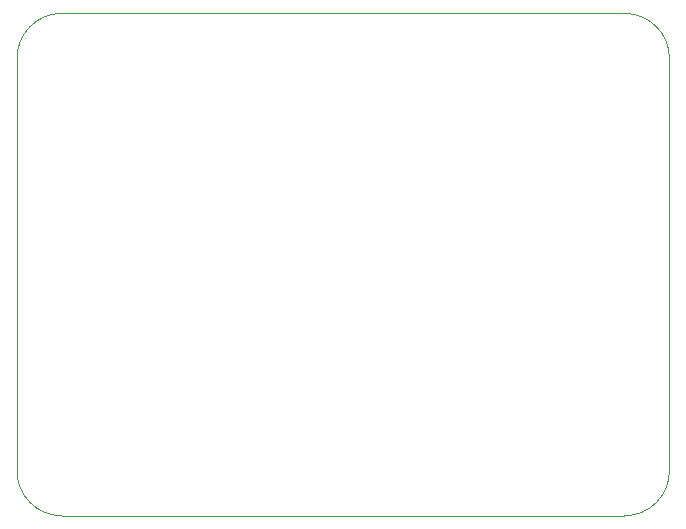
<source format=gm1>
G04 #@! TF.GenerationSoftware,KiCad,Pcbnew,5.1.6-c6e7f7d~86~ubuntu19.10.1*
G04 #@! TF.CreationDate,2020-05-22T13:51:18-04:00*
G04 #@! TF.ProjectId,emmon,656d6d6f-6e2e-46b6-9963-61645f706362,rev?*
G04 #@! TF.SameCoordinates,Original*
G04 #@! TF.FileFunction,Profile,NP*
%FSLAX46Y46*%
G04 Gerber Fmt 4.6, Leading zero omitted, Abs format (unit mm)*
G04 Created by KiCad (PCBNEW 5.1.6-c6e7f7d~86~ubuntu19.10.1) date 2020-05-22 13:51:18*
%MOMM*%
%LPD*%
G01*
G04 APERTURE LIST*
G04 #@! TA.AperFunction,Profile*
%ADD10C,0.050000*%
G04 #@! TD*
G04 #@! TA.AperFunction,Profile*
%ADD11C,0.100000*%
G04 #@! TD*
G04 APERTURE END LIST*
D10*
X95250000Y-83185000D02*
G75*
G02*
X99060000Y-79375000I3810000J0D01*
G01*
X99060000Y-121920000D02*
G75*
G02*
X95250000Y-118110000I0J3810000D01*
G01*
X150495000Y-118110000D02*
G75*
G02*
X146685000Y-121920000I-3810000J0D01*
G01*
X146685000Y-79375000D02*
G75*
G02*
X150495000Y-83185000I0J-3810000D01*
G01*
D11*
X150495000Y-83185000D02*
X150495000Y-118110000D01*
X146685000Y-79375000D02*
X99060000Y-79375000D01*
X95250000Y-83185000D02*
X95250000Y-118110000D01*
X146685000Y-121920000D02*
X99060000Y-121920000D01*
M02*

</source>
